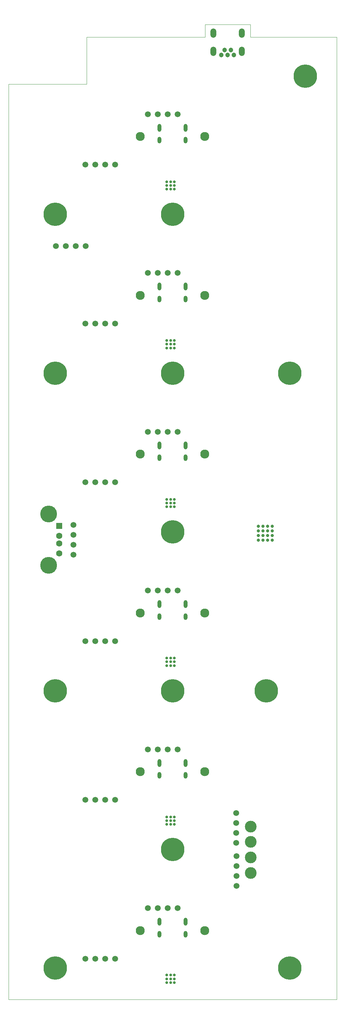
<source format=gbr>
%FSLAX33Y33*%
%MOMM*%
G04 EasyPC Gerber Version 16.0.6 Build 3249 *
%ADD106O,1.00000X1.70000*%
%ADD105O,1.00000X2.00000*%
%ADD103O,1.50000X2.40000*%
%ADD16R,1.60000X1.60000*%
%ADD73C,0.12000*%
%ADD85C,0.70000*%
%ADD25C,0.80000*%
%ADD21C,1.20000*%
%ADD13C,1.50000*%
%ADD17C,1.60000*%
%ADD107C,2.30000*%
%ADD19C,3.00000*%
%ADD18C,4.30000*%
%ADD24C,6.00000*%
X0Y0D02*
D02*
D13*
X29490Y227400D03*
X32030D03*
X33950Y148490D03*
Y151030D03*
Y153570D03*
Y156110D03*
X34570Y227400D03*
X37040Y45200D03*
Y85800D03*
Y126400D03*
Y167000D03*
Y207600D03*
Y248200D03*
X37110Y227400D03*
X39580Y45200D03*
Y85800D03*
Y126400D03*
Y167000D03*
Y207600D03*
Y248200D03*
X42120Y45200D03*
Y85800D03*
Y126400D03*
Y167000D03*
Y207600D03*
Y248200D03*
X44660Y45200D03*
Y85800D03*
Y126400D03*
Y167000D03*
Y207600D03*
Y248200D03*
X53040Y58100D03*
Y98700D03*
Y139300D03*
Y179900D03*
Y220500D03*
Y261100D03*
X55580Y58100D03*
Y98700D03*
Y139300D03*
Y179900D03*
Y220500D03*
Y261100D03*
X58120Y58100D03*
Y98700D03*
Y139300D03*
Y179900D03*
Y220500D03*
Y261100D03*
X60660Y58100D03*
Y98700D03*
Y139300D03*
Y179900D03*
Y220500D03*
Y261100D03*
X75650Y74790D03*
Y77330D03*
Y79870D03*
Y82410D03*
X75700Y63790D03*
Y66330D03*
Y68870D03*
Y71410D03*
D02*
D16*
X30350Y155820D03*
D02*
D17*
Y148820D03*
Y151320D03*
Y153320D03*
D02*
D18*
X27640Y145750D03*
Y158890D03*
D02*
D19*
X79350Y67110D03*
Y71070D03*
Y75030D03*
Y78990D03*
D02*
D21*
X71850Y276275D03*
X72650Y277475D03*
X73450Y276275D03*
X74250Y277475D03*
X75050Y276275D03*
D02*
D24*
X29350Y42800D03*
Y113700D03*
Y194900D03*
Y235500D03*
X59350Y73100D03*
Y113700D03*
Y154300D03*
Y194900D03*
Y235500D03*
X83350Y113700D03*
X89350Y42800D03*
Y194900D03*
X93350Y270800D03*
D02*
D25*
X81300Y152200D03*
Y153400D03*
Y154600D03*
Y155800D03*
X82500Y152200D03*
Y153400D03*
Y154600D03*
Y155800D03*
X83700Y152200D03*
Y153400D03*
Y154600D03*
Y155800D03*
X84900Y152200D03*
Y153400D03*
Y154600D03*
Y155800D03*
D02*
D73*
X17350Y34800D02*
Y268800D01*
X37350*
Y280800*
X67650*
Y284050*
X79250*
Y280800*
X101350*
Y34800*
X17350*
D02*
D85*
X57900Y39100D03*
Y40050D03*
Y41000D03*
X57900Y79550D03*
Y80500D03*
Y81450D03*
Y120150D03*
Y121100D03*
Y122050D03*
Y160750D03*
Y161700D03*
Y162650D03*
Y201350D03*
Y202300D03*
Y203250D03*
Y241950D03*
Y242900D03*
Y243850D03*
X58850Y39100D03*
Y40050D03*
Y41000D03*
X58850Y79550D03*
Y80500D03*
Y81450D03*
Y120150D03*
Y121100D03*
Y122050D03*
Y160750D03*
Y161700D03*
Y162650D03*
Y201350D03*
Y202300D03*
Y203250D03*
Y241950D03*
Y242900D03*
Y243850D03*
X59800Y39100D03*
Y40050D03*
Y41000D03*
X59800Y79550D03*
Y80500D03*
Y81450D03*
Y120150D03*
Y121100D03*
Y122050D03*
Y160750D03*
Y161700D03*
Y162650D03*
Y201350D03*
Y202300D03*
Y203250D03*
Y241950D03*
Y242900D03*
Y243850D03*
D02*
D103*
X69800Y277175D03*
Y281825D03*
X77100Y277175D03*
Y281825D03*
D02*
D105*
X56025Y54625D03*
Y95225D03*
Y135825D03*
Y176425D03*
Y217025D03*
Y257625D03*
X62675Y54625D03*
Y95225D03*
Y135825D03*
Y176425D03*
Y217025D03*
Y257625D03*
D02*
D106*
X56025Y51475D03*
Y92075D03*
Y132675D03*
Y173275D03*
Y213875D03*
Y254475D03*
X62675Y51475D03*
Y92075D03*
Y132675D03*
Y173275D03*
Y213875D03*
Y254475D03*
D02*
D107*
X51075Y52395D03*
Y92995D03*
Y133595D03*
Y174195D03*
Y214795D03*
Y255395D03*
X67625Y52395D03*
Y92995D03*
Y133595D03*
Y174195D03*
Y214795D03*
Y255395D03*
X0Y0D02*
M02*

</source>
